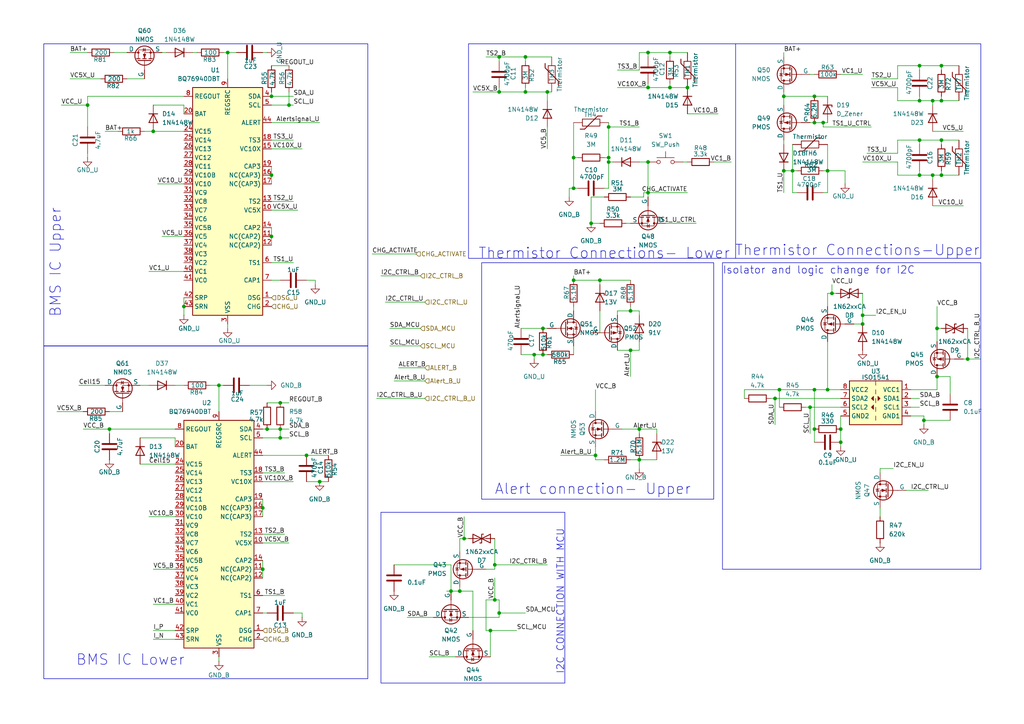
<source format=kicad_sch>
(kicad_sch (version 20231120) (generator "eeschema") (generator_version "8.0")
  (paper "A4")
  (junction (at 236.22 124.46))
  (junction (at 185.42 124.46))
  (junction (at 176.53 36.83))
  (junction (at 266.7 50.8))
  (junction (at 273.05 29.21))
  (junction (at 271.78 109.22))
  (junction (at 194.31 15.24))
  (junction (at 144.78 26.67))
  (junction (at 78.74 68.58))
  (junction (at 273.05 50.8))
  (junction (at 176.53 45.72))
  (junction (at 187.96 55.88))
  (junction (at 134.62 156.21))
  (junction (at 172.72 132.08))
  (junction (at 176.53 46.99))
  (junction (at 88.9 132.08))
  (junction (at 236.22 35.56))
  (junction (at 280.67 104.14))
  (junction (at 243.84 128.27))
  (junction (at 229.87 49.53))
  (junction (at 250.19 93.98))
  (junction (at 267.97 121.92))
  (junction (at 76.2 165.1))
  (junction (at 157.48 102.87))
  (junction (at 78.74 50.8))
  (junction (at 25.4 30.48))
  (junction (at 270.51 29.21))
  (junction (at 187.96 15.24))
  (junction (at 166.37 54.61))
  (junction (at 81.28 127))
  (junction (at 78.74 27.94))
  (junction (at 66.04 15.24))
  (junction (at 270.51 50.8))
  (junction (at 63.5 111.76))
  (junction (at 77.47 124.46))
  (junction (at 76.2 147.32))
  (junction (at 185.42 133.35))
  (junction (at 266.7 40.64))
  (junction (at 236.22 27.94))
  (junction (at 226.06 113.03))
  (junction (at 158.75 26.67))
  (junction (at 92.71 139.7))
  (junction (at 83.82 30.48))
  (junction (at 240.03 113.03))
  (junction (at 154.94 102.87))
  (junction (at 144.78 16.51))
  (junction (at 227.33 49.53))
  (junction (at 143.51 163.83))
  (junction (at 182.88 90.17))
  (junction (at 53.34 88.9))
  (junction (at 238.76 35.56))
  (junction (at 166.37 81.28))
  (junction (at 266.7 29.21))
  (junction (at 81.28 124.46))
  (junction (at 144.78 177.8))
  (junction (at 142.24 182.88))
  (junction (at 271.78 95.25))
  (junction (at 234.95 118.11))
  (junction (at 187.96 46.99))
  (junction (at 236.22 113.03))
  (junction (at 199.39 25.4))
  (junction (at 171.45 64.77))
  (junction (at 143.51 173.99))
  (junction (at 224.79 115.57))
  (junction (at 31.75 124.46))
  (junction (at 273.05 19.05))
  (junction (at 194.31 25.4))
  (junction (at 44.45 38.1))
  (junction (at 187.96 25.4))
  (junction (at 250.19 91.44))
  (junction (at 241.3 85.09))
  (junction (at 133.35 171.45))
  (junction (at 240.03 49.53))
  (junction (at 130.81 171.45))
  (junction (at 157.48 95.25))
  (junction (at 166.37 45.72))
  (junction (at 266.7 19.05))
  (junction (at 152.4 26.67))
  (junction (at 182.88 101.6))
  (junction (at 273.05 40.64))
  (junction (at 152.4 16.51))
  (junction (at 173.99 81.28))
  (junction (at 243.84 124.46))
  (junction (at 227.33 27.94))
  (junction (at 81.28 116.84))
  (wire (pts (xy 143.51 167.64) (xy 143.51 173.99)))
  (wire (pts (xy 88.9 132.08) (xy 95.25 132.08)))
  (wire (pts (xy 185.42 124.46) (xy 190.5 124.46)))
  (wire (pts (xy 267.97 121.92) (xy 275.59 121.92)))
  (wire (pts (xy 63.5 190.5) (xy 63.5 191.77)))
  (wire (pts (xy 250.19 46.99) (xy 260.35 46.99)))
  (wire (pts (xy 20.32 22.86) (xy 29.21 22.86)))
  (wire (pts (xy 46.99 68.58) (xy 53.34 68.58)))
  (wire (pts (xy 187.96 46.99) (xy 187.96 55.88)))
  (wire (pts (xy 262.89 142.24) (xy 269.24 142.24)))
  (wire (pts (xy 215.9 115.57) (xy 215.9 113.03)))
  (wire (pts (xy 227.33 49.53) (xy 229.87 49.53)))
  (wire (pts (xy 266.7 40.64) (xy 273.05 40.64)))
  (wire (pts (xy 166.37 54.61) (xy 167.64 54.61)))
  (wire (pts (xy 111.76 87.63) (xy 123.19 87.63)))
  (wire (pts (xy 132.08 190.5) (xy 124.46 190.5)))
  (wire (pts (xy 157.48 102.87) (xy 158.75 102.87)))
  (wire (pts (xy 92.71 139.7) (xy 95.25 139.7)))
  (wire (pts (xy 76.2 15.24) (xy 77.47 15.24)))
  (wire (pts (xy 229.87 49.53) (xy 229.87 55.88)))
  (wire (pts (xy 87.63 177.8) (xy 85.09 177.8)))
  (wire (pts (xy 234.95 118.11) (xy 243.84 118.11)))
  (wire (pts (xy 72.39 111.76) (xy 77.47 111.76)))
  (wire (pts (xy 224.79 115.57) (xy 243.84 115.57)))
  (wire (pts (xy 144.78 17.78) (xy 144.78 16.51)))
  (wire (pts (xy 229.87 49.53) (xy 231.14 49.53)))
  (wire (pts (xy 36.83 22.86) (xy 41.91 22.86)))
  (wire (pts (xy 247.65 93.98) (xy 250.19 93.98)))
  (wire (pts (xy 187.96 24.13) (xy 187.96 25.4)))
  (wire (pts (xy 266.7 19.05) (xy 273.05 19.05)))
  (wire (pts (xy 154.94 102.87) (xy 157.48 102.87)))
  (wire (pts (xy 260.35 40.64) (xy 266.7 40.64)))
  (wire (pts (xy 260.35 25.4) (xy 260.35 29.21)))
  (wire (pts (xy 182.88 57.15) (xy 186.69 57.15)))
  (wire (pts (xy 185.42 15.24) (xy 185.42 20.32)))
  (wire (pts (xy 182.88 64.77) (xy 181.61 64.77)))
  (wire (pts (xy 267.97 121.92) (xy 267.97 120.65)))
  (wire (pts (xy 173.99 81.28) (xy 166.37 81.28)))
  (wire (pts (xy 236.22 113.03) (xy 236.22 124.46)))
  (wire (pts (xy 227.33 26.67) (xy 227.33 27.94)))
  (wire (pts (xy 66.04 15.24) (xy 68.58 15.24)))
  (wire (pts (xy 179.07 90.17) (xy 182.88 90.17)))
  (wire (pts (xy 172.72 133.35) (xy 172.72 132.08)))
  (polyline (pts (xy 213.36 12.7) (xy 213.36 74.93)))
  (wire (pts (xy 176.53 36.83) (xy 176.53 45.72)))
  (wire (pts (xy 176.53 45.72) (xy 176.53 46.99)))
  (wire (pts (xy 133.35 156.21) (xy 134.62 156.21)))
  (wire (pts (xy 182.88 90.17) (xy 185.42 90.17)))
  (wire (pts (xy 76.2 165.1) (xy 76.2 167.64)))
  (wire (pts (xy 273.05 19.05) (xy 278.13 19.05)))
  (wire (pts (xy 267.97 123.19) (xy 267.97 121.92)))
  (wire (pts (xy 240.03 49.53) (xy 238.76 49.53)))
  (wire (pts (xy 152.4 26.67) (xy 152.4 25.4)))
  (wire (pts (xy 182.88 133.35) (xy 185.42 133.35)))
  (wire (pts (xy 83.82 26.67) (xy 83.82 30.48)))
  (wire (pts (xy 133.35 156.21) (xy 133.35 160.02)))
  (wire (pts (xy 114.3 110.49) (xy 123.19 110.49)))
  (wire (pts (xy 172.72 132.08) (xy 172.72 129.54)))
  (wire (pts (xy 152.4 16.51) (xy 160.02 16.51)))
  (wire (pts (xy 238.76 36.83) (xy 238.76 35.56)))
  (wire (pts (xy 242.57 85.09) (xy 241.3 85.09)))
  (wire (pts (xy 30.48 38.1) (xy 34.29 38.1)))
  (wire (pts (xy 264.16 118.11) (xy 266.7 118.11)))
  (wire (pts (xy 114.3 163.83) (xy 130.81 163.83)))
  (wire (pts (xy 78.74 68.58) (xy 78.74 71.12)))
  (wire (pts (xy 273.05 19.05) (xy 273.05 20.32)))
  (wire (pts (xy 166.37 80.01) (xy 166.37 81.28)))
  (wire (pts (xy 185.42 91.44) (xy 185.42 90.17)))
  (wire (pts (xy 166.37 45.72) (xy 167.64 45.72)))
  (wire (pts (xy 179.07 101.6) (xy 182.88 101.6)))
  (wire (pts (xy 187.96 25.4) (xy 194.31 25.4)))
  (wire (pts (xy 186.69 57.15) (xy 186.69 55.88)))
  (wire (pts (xy 236.22 27.94) (xy 240.03 27.94)))
  (wire (pts (xy 266.7 27.94) (xy 266.7 29.21)))
  (wire (pts (xy 240.03 49.53) (xy 240.03 55.88)))
  (wire (pts (xy 271.78 95.25) (xy 271.78 99.06)))
  (wire (pts (xy 252.73 22.86) (xy 260.35 22.86)))
  (wire (pts (xy 240.03 85.09) (xy 241.3 85.09)))
  (wire (pts (xy 273.05 29.21) (xy 273.05 27.94)))
  (wire (pts (xy 152.4 16.51) (xy 152.4 17.78)))
  (wire (pts (xy 44.45 165.1) (xy 50.8 165.1)))
  (wire (pts (xy 88.9 139.7) (xy 92.71 139.7)))
  (wire (pts (xy 55.88 15.24) (xy 57.15 15.24)))
  (wire (pts (xy 250.19 91.44) (xy 254 91.44)))
  (wire (pts (xy 113.03 100.33) (xy 121.92 100.33)))
  (wire (pts (xy 270.51 29.21) (xy 270.51 30.48)))
  (wire (pts (xy 175.26 54.61) (xy 176.53 54.61)))
  (wire (pts (xy 17.78 30.48) (xy 25.4 30.48)))
  (wire (pts (xy 166.37 35.56) (xy 166.37 45.72)))
  (wire (pts (xy 85.09 139.7) (xy 76.2 139.7)))
  (wire (pts (xy 137.16 182.88) (xy 137.16 171.45)))
  (wire (pts (xy 143.51 163.83) (xy 158.75 163.83)))
  (wire (pts (xy 78.74 35.56) (xy 92.71 35.56)))
  (wire (pts (xy 45.72 53.34) (xy 53.34 53.34)))
  (wire (pts (xy 43.18 149.86) (xy 50.8 149.86)))
  (wire (pts (xy 275.59 114.3) (xy 275.59 109.22)))
  (wire (pts (xy 44.45 182.88) (xy 50.8 182.88)))
  (wire (pts (xy 270.51 29.21) (xy 273.05 29.21)))
  (wire (pts (xy 140.97 16.51) (xy 144.78 16.51)))
  (wire (pts (xy 144.78 16.51) (xy 152.4 16.51)))
  (wire (pts (xy 240.03 41.91) (xy 240.03 49.53)))
  (wire (pts (xy 199.39 33.02) (xy 208.28 33.02)))
  (wire (pts (xy 166.37 100.33) (xy 166.37 102.87)))
  (wire (pts (xy 179.07 25.4) (xy 187.96 25.4)))
  (wire (pts (xy 250.19 91.44) (xy 250.19 93.98)))
  (wire (pts (xy 166.37 88.9) (xy 166.37 90.17)))
  (wire (pts (xy 110.49 80.01) (xy 121.92 80.01)))
  (wire (pts (xy 245.11 53.34) (xy 245.11 49.53)))
  (wire (pts (xy 260.35 46.99) (xy 260.35 50.8)))
  (wire (pts (xy 154.94 104.14) (xy 154.94 102.87)))
  (wire (pts (xy 142.24 190.5) (xy 142.24 182.88)))
  (wire (pts (xy 231.14 55.88) (xy 229.87 55.88)))
  (wire (pts (xy 87.63 179.07) (xy 87.63 177.8)))
  (wire (pts (xy 280.67 104.14) (xy 279.4 104.14)))
  (wire (pts (xy 275.59 109.22) (xy 271.78 109.22)))
  (wire (pts (xy 227.33 15.24) (xy 227.33 16.51)))
  (wire (pts (xy 266.7 19.05) (xy 266.7 20.32)))
  (wire (pts (xy 81.28 124.46) (xy 81.28 127)))
  (wire (pts (xy 194.31 25.4) (xy 199.39 25.4)))
  (wire (pts (xy 140.97 182.88) (xy 142.24 182.88)))
  (wire (pts (xy 175.26 133.35) (xy 172.72 133.35)))
  (wire (pts (xy 165.1 54.61) (xy 166.37 54.61)))
  (wire (pts (xy 278.13 29.21) (xy 273.05 29.21)))
  (wire (pts (xy 134.62 149.86) (xy 134.62 156.21)))
  (wire (pts (xy 107.95 73.66) (xy 120.65 73.66)))
  (wire (pts (xy 25.4 30.48) (xy 25.4 27.94)))
  (wire (pts (xy 87.63 43.18) (xy 78.74 43.18)))
  (wire (pts (xy 187.96 15.24) (xy 185.42 15.24)))
  (wire (pts (xy 193.04 64.77) (xy 201.93 64.77)))
  (wire (pts (xy 185.42 20.32) (xy 179.07 20.32)))
  (wire (pts (xy 252.73 25.4) (xy 260.35 25.4)))
  (wire (pts (xy 226.06 113.03) (xy 226.06 118.11)))
  (wire (pts (xy 63.5 111.76) (xy 64.77 111.76)))
  (wire (pts (xy 171.45 96.52) (xy 173.99 96.52)))
  (wire (pts (xy 44.45 185.42) (xy 50.8 185.42)))
  (wire (pts (xy 137.16 26.67) (xy 144.78 26.67)))
  (wire (pts (xy 81.28 124.46) (xy 83.82 124.46)))
  (wire (pts (xy 151.13 102.87) (xy 154.94 102.87)))
  (wire (pts (xy 240.03 85.09) (xy 240.03 88.9)))
  (wire (pts (xy 78.74 58.42) (xy 85.09 58.42)))
  (wire (pts (xy 187.96 15.24) (xy 194.31 15.24)))
  (wire (pts (xy 185.42 133.35) (xy 185.42 135.89)))
  (wire (pts (xy 66.04 15.24) (xy 66.04 22.86)))
  (wire (pts (xy 76.2 127) (xy 81.28 127)))
  (wire (pts (xy 236.22 35.56) (xy 238.76 35.56)))
  (wire (pts (xy 273.05 50.8) (xy 273.05 49.53)))
  (wire (pts (xy 194.31 15.24) (xy 194.31 16.51)))
  (wire (pts (xy 158.75 29.21) (xy 158.75 26.67)))
  (wire (pts (xy 241.3 82.55) (xy 241.3 85.09)))
  (wire (pts (xy 144.78 177.8) (xy 144.78 179.07)))
  (wire (pts (xy 266.7 49.53) (xy 266.7 50.8)))
  (wire (pts (xy 227.33 55.88) (xy 227.33 49.53)))
  (wire (pts (xy 78.74 66.04) (xy 78.74 68.58)))
  (wire (pts (xy 234.95 118.11) (xy 234.95 125.73)))
  (wire (pts (xy 233.68 118.11) (xy 234.95 118.11)))
  (wire (pts (xy 140.97 165.1) (xy 143.51 165.1)))
  (wire (pts (xy 173.99 81.28) (xy 173.99 82.55)))
  (wire (pts (xy 255.27 137.16) (xy 255.27 135.89)))
  (wire (pts (xy 144.78 26.67) (xy 152.4 26.67)))
  (wire (pts (xy 78.74 26.67) (xy 78.74 27.94)))
  (wire (pts (xy 82.55 137.16) (xy 76.2 137.16)))
  (wire (pts (xy 60.96 111.76) (xy 63.5 111.76)))
  (wire (pts (xy 44.45 175.26) (xy 50.8 175.26)))
  (wire (pts (xy 76.2 177.8) (xy 77.47 177.8)))
  (wire (pts (xy 78.74 81.28) (xy 81.28 81.28)))
  (wire (pts (xy 243.84 129.54) (xy 243.84 128.27)))
  (wire (pts (xy 236.22 124.46) (xy 236.22 128.27)))
  (wire (pts (xy 165.1 57.15) (xy 165.1 54.61)))
  (wire (pts (xy 173.99 81.28) (xy 182.88 81.28)))
  (wire (pts (xy 227.33 41.91) (xy 227.33 40.64)))
  (wire (pts (xy 85.09 76.2) (xy 78.74 76.2)))
  (wire (pts (xy 109.22 115.57) (xy 123.19 115.57)))
  (wire (pts (xy 78.74 50.8) (xy 78.74 53.34)))
  (wire (pts (xy 78.74 60.96) (xy 86.36 60.96)))
  (wire (pts (xy 40.64 134.62) (xy 50.8 134.62)))
  (wire (pts (xy 185.42 124.46) (xy 185.42 125.73)))
  (wire (pts (xy 76.2 157.48) (xy 83.82 157.48)))
  (wire (pts (xy 133.35 171.45) (xy 137.16 171.45)))
  (wire (pts (xy 245.11 49.53) (xy 240.03 49.53)))
  (wire (pts (xy 284.48 104.14) (xy 280.67 104.14)))
  (wire (pts (xy 173.99 96.52) (xy 173.99 90.17)))
  (wire (pts (xy 240.03 113.03) (xy 243.84 113.03)))
  (wire (pts (xy 66.04 93.98) (xy 66.04 95.25)))
  (wire (pts (xy 250.19 21.59) (xy 243.84 21.59)))
  (wire (pts (xy 166.37 45.72) (xy 166.37 54.61)))
  (wire (pts (xy 33.02 15.24) (xy 36.83 15.24)))
  (wire (pts (xy 83.82 30.48) (xy 85.09 30.48)))
  (wire (pts (xy 50.8 111.76) (xy 53.34 111.76)))
  (wire (pts (xy 198.12 46.99) (xy 199.39 46.99)))
  (wire (pts (xy 224.79 115.57) (xy 224.79 123.19)))
  (wire (pts (xy 143.51 156.21) (xy 143.51 163.83)))
  (wire (pts (xy 78.74 27.94) (xy 85.09 27.94)))
  (wire (pts (xy 251.46 44.45) (xy 260.35 44.45)))
  (wire (pts (xy 179.07 90.17) (xy 179.07 91.44)))
  (wire (pts (xy 162.56 132.08) (xy 172.72 132.08)))
  (wire (pts (xy 64.77 15.24) (xy 66.04 15.24)))
  (wire (pts (xy 223.52 115.57) (xy 224.79 115.57)))
  (wire (pts (xy 240.03 99.06) (xy 240.03 113.03)))
  (wire (pts (xy 25.4 36.83) (xy 25.4 30.48)))
  (wire (pts (xy 238.76 35.56) (xy 240.03 35.56)))
  (wire (pts (xy 270.51 59.69) (xy 279.4 59.69)))
  (wire (pts (xy 31.75 124.46) (xy 50.8 124.46)))
  (wire (pts (xy 44.45 38.1) (xy 53.34 38.1)))
  (wire (pts (xy 144.78 173.99) (xy 144.78 177.8)))
  (wire (pts (xy 255.27 147.32) (xy 255.27 149.86)))
  (wire (pts (xy 252.73 36.83) (xy 238.76 36.83)))
  (wire (pts (xy 176.53 35.56) (xy 176.53 36.83)))
  (wire (pts (xy 151.13 95.25) (xy 157.48 95.25)))
  (wire (pts (xy 149.86 182.88) (xy 142.24 182.88)))
  (wire (pts (xy 46.99 15.24) (xy 48.26 15.24)))
  (wire (pts (xy 135.89 156.21) (xy 134.62 156.21)))
  (wire (pts (xy 78.74 19.05) (xy 83.82 19.05)))
  (wire (pts (xy 273.05 40.64) (xy 278.13 40.64)))
  (wire (pts (xy 160.02 26.67) (xy 158.75 26.67)))
  (wire (pts (xy 238.76 55.88) (xy 240.03 55.88)))
  (wire (pts (xy 273.05 40.64) (xy 273.05 41.91)))
  (wire (pts (xy 76.2 132.08) (xy 88.9 132.08)))
  (wire (pts (xy 130.81 171.45) (xy 133.35 171.45)))
  (wire (pts (xy 185.42 99.06) (xy 185.42 101.6)))
  (wire (pts (xy 260.35 19.05) (xy 266.7 19.05)))
  (wire (pts (xy 31.75 119.38) (xy 35.56 119.38)))
  (wire (pts (xy 152.4 177.8) (xy 144.78 177.8)))
  (wire (pts (xy 187.96 55.88) (xy 199.39 55.88)))
  (wire (pts (xy 53.34 91.44) (xy 53.34 88.9)))
  (wire (pts (xy 267.97 120.65) (xy 264.16 120.65)))
  (wire (pts (xy 175.26 45.72) (xy 176.53 45.72)))
  (wire (pts (xy 278.13 50.8) (xy 273.05 50.8)))
  (wire (pts (xy 25.4 44.45) (xy 25.4 45.72)))
  (wire (pts (xy 91.44 81.28) (xy 88.9 81.28)))
  (wire (pts (xy 85.09 40.64) (xy 78.74 40.64)))
  (wire (pts (xy 266.7 40.64) (xy 266.7 41.91)))
  (wire (pts (xy 175.26 57.15) (xy 171.45 57.15)))
  (wire (pts (xy 271.78 109.22) (xy 271.78 113.03)))
  (wire (pts (xy 63.5 111.76) (xy 63.5 119.38)))
  (wire (pts (xy 266.7 29.21) (xy 270.51 29.21)))
  (wire (pts (xy 76.2 162.56) (xy 76.2 165.1)))
  (wire (pts (xy 83.82 116.84) (xy 81.28 116.84)))
  (wire (pts (xy 185.42 133.35) (xy 190.5 133.35)))
  (wire (pts (xy 81.28 127) (xy 83.82 127)))
  (wire (pts (xy 50.8 127) (xy 50.8 129.54)))
  (wire (pts (xy 118.11 179.07) (xy 125.73 179.07)))
  (wire (pts (xy 260.35 50.8) (xy 266.7 50.8)))
  (wire (pts (xy 185.42 46.99) (xy 187.96 46.99)))
  (wire (pts (xy 236.22 113.03) (xy 240.03 113.03)))
  (wire (pts (xy 187.96 16.51) (xy 187.96 15.24)))
  (wire (pts (xy 271.78 88.9) (xy 271.78 95.25)))
  (wire (pts (xy 158.75 26.67) (xy 152.4 26.67)))
  (wire (pts (xy 271.78 113.03) (xy 264.16 113.03)))
  (wire (pts (xy 273.05 95.25) (xy 271.78 95.25)))
  (wire (pts (xy 76.2 124.46) (xy 77.47 124.46)))
  (wire (pts (xy 260.35 29.21) (xy 266.7 29.21)))
  (wire (pts (xy 243.84 128.27) (xy 243.84 124.46)))
  (wire (pts (xy 182.88 88.9) (xy 182.88 90.17)))
  (wire (pts (xy 77.47 116.84) (xy 81.28 116.84)))
  (wire (pts (xy 260.35 22.86) (xy 260.35 19.05)))
  (wire (pts (xy 194.31 15.24) (xy 199.39 15.24)))
  (wire (pts (xy 129.54 171.45) (xy 130.81 171.45)))
  (wire (pts (xy 133.35 170.18) (xy 133.35 171.45)))
  (wire (pts (xy 25.4 27.94) (xy 53.34 27.94)))
  (wire (pts (xy 280.67 95.25) (xy 280.67 104.14)))
  (wire (pts (xy 44.45 30.48) (xy 53.34 30.48)))
  (wire (pts (xy 140.97 173.99) (xy 140.97 182.88)))
  (wire (pts (xy 143.51 165.1) (xy 143.51 163.83)))
  (wire (pts (xy 226.06 113.03) (xy 236.22 113.03)))
  (wire (pts (xy 172.72 113.03) (xy 172.72 119.38)))
  (wire (pts (xy 16.51 119.38) (xy 24.13 119.38)))
  (wire (pts (xy 76.2 144.78) (xy 76.2 147.32)))
  (wire (pts (xy 227.33 27.94) (xy 227.33 30.48)))
  (wire (pts (xy 77.47 124.46) (xy 81.28 124.46)))
  (wire (pts (xy 187.96 55.88) (xy 187.96 57.15)))
  (wire (pts (xy 78.74 30.48) (xy 83.82 30.48)))
  (wire (pts (xy 143.51 173.99) (xy 144.78 173.99)))
  (wire (pts (xy 234.95 21.59) (xy 236.22 21.59)))
  (wire (pts (xy 24.13 124.46) (xy 31.75 124.46)))
  (wire (pts (xy 76.2 172.72) (xy 82.55 172.72)))
  (wire (pts (xy 207.01 46.99) (xy 212.09 46.99)))
  (wire (pts (xy 215.9 113.03) (xy 226.06 113.03)))
  (wire (pts (xy 78.74 48.26) (xy 78.74 50.8)))
  (wire (pts (xy 130.81 163.83) (xy 130.81 171.45)))
  (wire (pts (xy 270.51 50.8) (xy 270.51 52.07)))
  (wire (pts (xy 176.53 54.61) (xy 176.53 46.99)))
  (wire (pts (xy 186.69 55.88) (xy 187.96 55.88)))
  (wire (pts (xy 250.19 85.09) (xy 250.19 91.44)))
  (wire (pts (xy 270.51 50.8) (xy 273.05 50.8)))
  (wire (pts (xy 171.45 57.15) (xy 171.45 64.77)))
  (wire (pts (xy 194.31 24.13) (xy 194.31 25.4)))
  (wire (pts (xy 182.88 109.22) (xy 182.88 101.6)))
  (wire (pts (xy 31.75 124.46) (xy 31.75 125.73)))
  (wire (pts (xy 266.7 50.8) (xy 270.51 50.8)))
  (wire (pts (xy 135.89 179.07) (xy 144.78 179.07)))
  (wire (pts (xy 40.64 127) (xy 50.8 127)))
  (wire (pts (xy 144.78 25.4) (xy 144.78 26.67)))
  (wire (pts (xy 53.34 86.36) (xy 53.34 88.9)))
  (wire (pts (xy 243.84 124.46) (xy 243.84 120.65)))
  (wire (pts (xy 190.5 124.46) (xy 190.5 125.73)))
  (wire (pts (xy 227.33 27.94) (xy 236.22 27.94)))
  (wire (pts (xy 76.2 154.94) (xy 82.55 154.94)))
  (wire (pts (xy 229.87 41.91) (xy 229.87 49.53)))
  (wire (pts (xy 176.53 36.83) (xy 185.42 36.83)))
  (wire (pts (xy 236.22 35.56) (xy 234.95 35.56)))
  (wire (pts (xy 260.35 44.45) (xy 260.35 40.64)))
  (wire (pts (xy 43.18 78.74) (xy 53.34 78.74)))
  (wire (pts (xy 270.51 38.1) (xy 279.4 38.1)))
  (wire (pts (xy 182.88 101.6) (xy 185.42 101.6)))
  (wire (pts (xy 91.44 82.55) (xy 91.44 81.28)))
  (wire (pts (xy 158.75 43.18) (xy 158.75 36.83)))
  (wire (pts (xy 173.99 64.77) (xy 171.45 64.77)))
  (wire (pts (xy 41.91 38.1) (xy 44.45 38.1)))
  (wire (pts (xy 255.27 135.89) (xy 259.08 135.89)))
  (wire (pts (xy 264.16 115.57) (xy 266.7 115.57)))
  (wire (pts (xy 113.03 95.25) (xy 121.92 95.25)))
  (wire (pts (xy 20.32 15.24) (xy 25.4 15.24)))
  (wire (pts (xy 40.64 111.76) (xy 43.18 111.76)))
  (wire (pts (xy 140.97 173.99) (xy 143.51 173.99)))
  (wire (pts (xy 76.2 147.32) (xy 76.2 149.86)))
  (wire (pts (xy 53.34 30.48) (xy 53.34 33.02)))
  (wire (pts (xy 176.53 46.99) (xy 177.8 46.99)))
  (wire (pts (xy 22.86 111.76) (xy 30.48 111.76)))
  (wire (pts (xy 157.48 95.25) (xy 158.75 95.25)))
  (wire (pts (xy 180.34 124.46) (xy 185.42 124.46)))
  (wire (pts (xy 115.57 106.68) (xy 123.19 106.68)))
  (rectangle (start 139.7 76.2) (end 207.01 144.78))
  (rectangle (start 209.55 76.2) (end 284.48 165.1))
  (rectangle (start 135.89 12.7) (end 284.48 74.93))
  (rectangle (start 12.7 100.33) (end 106.68 196.85))
  (rectangle (start 110.49 148.59) (end 163.83 198.12))
  (rectangle (start 12.7 12.7) (end 106.68 100.33))
  (text "Thermistor Connections-Upper\n\n" (at 248.666 75.184 0) (effects (font (size 3.048 3.048))))
  (text "BMS IC Upper\n\n" (at 18.542 76.2 90) (effects (font (size 3.048 3.048))))
  (text "BMS IC Lower\n" (at 37.846 191.516 0) (effects (font (size 3.048 3.048))))
  (text "I2C CONNECTION WITH MCU\n" (at 162.56 174.498 90) (effects (font (size 2.032 2.032))))
  (text "Isolator and logic change for I2C\n" (at 237.49 78.486 0) (effects (font (size 2.159 2.159))))
  (text "Thermistor Connections- Lower\n\n\n" (at 175.26 78.486 0) (effects (font (size 3.048 3.048))))
  (text "Alert connection- Upper\n" (at 171.958 141.986 0) (effects (font (size 3.048 3.048))))
  (label "TS3_U" (at 251.46 44.45 0))
  (label "VC5X_U" (at 20.32 22.86 0))
  (label "TS3_B" (at 82.55 137.16 180))
  (label "REGOUT_B" (at 83.82 116.84 0))
  (label "REGOUT_U" (at 81.28 19.05 0))
  (label "ALERT_B" (at 90.17 132.08 0))
  (label "Alert_B_U" (at 114.3 110.49 0))
  (label "VC10_U" (at 45.72 53.34 0))
  (label "BAT+" (at 166.37 80.01 0))
  (label "VC10X_B" (at 85.09 139.7 180))
  (label "SDA_MCU" (at 152.4 177.8 0))
  (label "VC1_U" (at 43.18 78.74 0))
  (label "VC1_U" (at 250.19 21.59 180))
  (label "VC5_U" (at 46.99 68.58 0))
  (label "VC10X_U" (at 87.63 43.18 180))
  (label "SCL_MCU" (at 149.86 182.88 0))
  (label "VC10_U" (at 279.4 59.69 180))
  (label "VC10_B" (at 208.28 33.02 180))
  (label "SCL_U" (at 234.95 125.73 90))
  (label "CHG_ACTIVATE" (at 199.39 55.88 180))
  (label "VC10_B" (at 43.18 149.86 0))
  (label "I2C_CTRL_B_U" (at 109.22 115.57 0))
  (label "SDA_U" (at 85.09 27.94 0))
  (label "VCC_U" (at 17.78 30.48 0))
  (label "VC5X_U" (at 252.73 25.4 0))
  (label "BAT+" (at 20.32 15.24 0))
  (label "VC5_B" (at 158.75 43.18 90))
  (label "VC1_B" (at 212.09 46.99 180))
  (label "VCC_B" (at 134.62 149.86 270))
  (label "SDA_U" (at 224.79 123.19 90))
  (label "I2C_CTRL_U" (at 111.76 87.63 0))
  (label "SCL_B" (at 83.82 127 0))
  (label "I2C_EN_U" (at 259.08 135.89 0))
  (label "SCL_MCU" (at 113.03 100.33 0))
  (label "TS1_B" (at 82.55 172.72 180))
  (label "VC1_B" (at 44.45 175.26 0))
  (label "CHG_ACTIVATE" (at 107.95 73.66 0))
  (label "VC5_U" (at 279.4 38.1 180))
  (label "SDA_MCU" (at 113.03 95.25 0))
  (label "TS3_U" (at 85.09 40.64 180))
  (label "I_P" (at 44.45 182.88 0))
  (label "I2C_CTRL_B" (at 110.49 80.01 0))
  (label "I2C_CTRL_B" (at 158.75 163.83 180))
  (label "SCL_U" (at 85.09 30.48 0))
  (label "SDA_B" (at 118.11 179.07 0))
  (label "Cell15" (at 22.86 111.76 0))
  (label "BAT+" (at 227.33 15.24 0))
  (label "VC10X_U" (at 250.19 46.99 0))
  (label "Alert_U" (at 182.88 109.22 90))
  (label "VC10X_B" (at 179.07 25.4 0))
  (label "VC5X_B" (at 16.51 119.38 0))
  (label "TS1_U_CTRL" (at 201.93 64.77 180))
  (label "TS1_U_CTRL" (at 252.73 36.83 180))
  (label "VC5X_U" (at 86.36 60.96 180))
  (label "Cell15" (at 43.18 134.62 0))
  (label "TS2_B" (at 140.97 16.51 0))
  (label "SDA_B" (at 83.82 124.46 0))
  (label "VC5_B" (at 44.45 165.1 0))
  (label "TS1_U" (at 85.09 76.2 180))
  (label "Alert_B_U" (at 162.56 132.08 0))
  (label "SCL_B" (at 266.7 118.11 0))
  (label "VCC_B" (at 172.72 113.03 0))
  (label "TS1_U" (at 227.33 55.88 90))
  (label "VCC_B" (at 143.51 167.64 270))
  (label "I_N" (at 44.45 185.42 0))
  (label "I2C_CTRL_U" (at 264.16 142.24 0))
  (label "VC5X_B" (at 83.82 157.48 180))
  (label "Alertsignal_U" (at 151.13 95.25 90))
  (label "TS2_B" (at 82.55 154.94 180))
  (label "TS1_B" (at 185.42 36.83 180))
  (label "TS2_U" (at 252.73 22.86 0))
  (label "SCL_B" (at 124.46 190.5 0))
  (label "TS3_B" (at 179.07 20.32 0))
  (label "VCC_B" (at 24.13 124.46 0))
  (label "Alert_U" (at 190.5 124.46 180))
  (label "TS2_U" (at 85.09 58.42 180))
  (label "VCC_B" (at 271.78 88.9 0))
  (label "I2C_EN_U" (at 254 91.44 0))
  (label "VC5X_B" (at 137.16 26.67 0))
  (label "BAT+" (at 30.48 38.1 0))
  (label "I2C_CTRL_B_U" (at 284.48 104.14 90))
  (label "Alertsignal_U" (at 92.71 35.56 180))
  (label "ALERT_B" (at 115.57 106.68 0))
  (label "SDA_B" (at 266.7 115.57 0))
  (label "VCC_U" (at 241.3 82.55 0))
  (hierarchical_label "CHG_B" (shape input) (at 76.2 185.42 0))
  (hierarchical_label "SCL_MCU" (shape input) (at 121.92 100.33 0))
  (hierarchical_label "SDA_MCU" (shape input) (at 121.92 95.25 0))
  (hierarchical_label "I2C_CTRL_B" (shape input) (at 121.92 80.01 0))
  (hierarchical_label "I2C_CTRL_U" (shape input) (at 123.19 87.63 0))
  (hierarchical_label "DSG_B" (shape input) (at 76.2 182.88 0))
  (hierarchical_label "CHG_ACTIVATE" (shape input) (at 120.65 73.66 0))
  (hierarchical_label "I2C_CTRL_B_U" (shape input) (at 123.19 115.57 0))
  (hierarchical_label "CHG_U" (shape input) (at 78.74 88.9 0))
  (hierarchical_label "ALERT_B" (shape input) (at 123.19 106.68 0))
  (hierarchical_label "Alert_B_U" (shape input) (at 123.19 110.49 0))
  (hierarchical_label "DSG_U" (shape input) (at 78.74 86.36 0))
  (symbol (lib_id "Device:R") (at 57.15 111.76 90) (unit 1)
    (property "Reference" "R84" (at 58.928 113.792 90) (effects (justify left)))
    (property "Value" "100" (at 59.182 111.76 90) (effects (justify left)))
    (property "Description" "Resistor" (effects (hide yes)))
  )
  (symbol (lib_id "Diode:1N4148W") (at 44.45 34.29 270) (unit 1)
    (property "Reference" "D14" (at 46.99 33.0199 90) (effects (justify left)))
    (property "Value" "1N4148W" (at 46.99 35.5599 90) (effects (justify left)))
    (property "Footprint" "Diode_SMD:D_SOD-123" (effects (hide yes)))
    (property "Datasheet" "https://www.vishay.com/docs/85748/1n4148w.pdf" (effects (hide yes)))
    (property "Description" "75V 0.15A Fast Switching Diode, SOD-123" (effects (hide yes)))
    (property "Sim.Device" "D" (effects (hide yes)))
    (property "Sim.Pins" "1=K 2=A" (effects (hide yes)))
  )
  (symbol (lib_id "Simulation_SPICE:NMOS") (at 187.96 62.23 270) (unit 1)
    (property "Reference" "Q48" (at 187.96 68.58 90))
    (property "Value" "NMOS" (at 187.96 71.12 90))
    (property "Datasheet" "https://ngspice.sourceforge.io/docs/ngspice-html-manual/manual.xhtml#cha_MOSFETs" (effects (hide yes)))
    (property "Description" "N-MOSFET transistor, drain/source/gate" (effects (hide yes)))
    (property "Sim.Device" "NMOS" (effects (hide yes)))
    (property "Sim.Type" "VDMOS" (effects (hide yes)))
    (property "Sim.Pins" "1=D 2=G 3=S" (effects (hide yes)))
  )
  (symbol (lib_id "Device:R") (at 78.74 22.86 0) (unit 1)
    (property "Reference" "R55" (at 76.708 24.638 90) (effects (justify left)))
    (property "Value" "4.7k" (at 78.994 24.892 90) (effects (justify left)))
    (property "Description" "Resistor" (effects (hide yes)))
  )
  (symbol (lib_id "Device:C") (at 31.75 129.54 0) (unit 1)
    (property "Reference" "C20" (at 28.194 129.54 90))
    (property "Value" "4.7uF" (at 34.798 129.54 90))
    (property "Description" "Unpolarized capacitor" (effects (hide yes)))
  )
  (symbol (lib_id "Device:R") (at 182.88 85.09 0) (unit 1)
    (property "Reference" "R68" (at 180.848 86.868 90) (effects (justify left)))
    (property "Value" "5.1M" (at 182.88 87.376 90) (effects (justify left)))
    (property "Description" "Resistor" (effects (hide yes)))
  )
  (symbol (lib_id "Diode:1N4148W") (at 46.99 111.76 180) (unit 1)
    (property "Reference" "D37" (at 46.99 105.41 0))
    (property "Value" "1N4148W" (at 46.99 107.95 0))
    (property "Footprint" "Diode_SMD:D_SOD-123" (effects (hide yes)))
    (property "Datasheet" "https://www.vishay.com/docs/85748/1n4148w.pdf" (effects (hide yes)))
    (property "Description" "75V 0.15A Fast Switching Diode, SOD-123" (effects (hide yes)))
    (property "Sim.Device" "D" (effects (hide yes)))
    (property "Sim.Pins" "1=K 2=A" (effects (hide yes)))
  )
  (symbol (lib_id "Device:C") (at 144.78 21.59 0) (unit 1)
    (property "Reference" "C11" (at 148.844 21.336 90))
    (property "Value" "4700pF" (at 147.066 21.336 90))
    (property "Description" "Unpolarized capacitor" (effects (hide yes)))
  )
  (symbol (lib_id "Device:Thermistor") (at 278.13 45.72 0) (unit 1)
    (property "Reference" "TH2" (at 278.13 45.974 90))
    (property "Value" "Thermistor" (at 280.416 45.72 90))
    (property "Description" "Temperature dependent resistor" (effects (hide yes)))
  )
  (symbol (lib_id "Simulation_SPICE:PMOS") (at 229.87 35.56 180) (unit 1)
    (property "Reference" "Q49" (at 223.52 34.2899 0) (effects (justify left)))
    (property "Value" "PMOS" (at 223.52 36.8299 0) (effects (justify left)))
    (property "Datasheet" "https://ngspice.sourceforge.io/docs/ngspice-html-manual/manual.xhtml#cha_MOSFETs" (effects (hide yes)))
    (property "Description" "P-MOSFET transistor, drain/source/gate" (effects (hide yes)))
    (property "Sim.Device" "PMOS" (effects (hide yes)))
    (property "Sim.Type" "VDMOS" (effects (hide yes)))
    (property "Sim.Pins" "1=D 2=G 3=S" (effects (hide yes)))
  )
  (symbol (lib_id "Device:D_Zener") (at 190.5 129.54 270) (unit 1)
    (property "Reference" "D22" (at 191.77 128.27 90) (effects (justify left)))
    (property "Value" "13V" (at 191.77 130.81 90) (effects (justify left)))
    (property "Description" "Zener diode" (effects (hide yes)))
  )
  (symbol (lib_id "Diode:1N4148W") (at 227.33 45.72 90) (unit 1)
    (property "Reference" "D18" (at 229.87 44.4499 90) (effects (justify right)))
    (property "Value" "1N4148W" (at 229.87 46.9899 90) (effects (justify right)))
    (property "Footprint" "Diode_SMD:D_SOD-123" (effects (hide yes)))
    (property "Datasheet" "https://www.vishay.com/docs/85748/1n4148w.pdf" (effects (hide yes)))
    (property "Description" "75V 0.15A Fast Switching Diode, SOD-123" (effects (hide yes)))
    (property "Sim.Device" "D" (effects (hide yes)))
    (property "Sim.Pins" "1=K 2=A" (effects (hide yes)))
  )
  (symbol (lib_id "power:GND") (at 31.75 133.35 0) (unit 1)
    (property "Reference" "#PWR03" (effects (hide yes)))
    (property "Value" "GND_B" (at 31.75 136.906 0))
    (property "Description" "Power symbol creates a global label with name \"GND\" , ground" (effects (hide yes)))
  )
  (symbol (lib_id "Device:R") (at 166.37 85.09 0) (unit 1)
    (property "Reference" "R67" (at 164.338 86.868 90) (effects (justify left)))
    (property "Value" "5.1M" (at 166.37 87.376 90) (effects (justify left)))
    (property "Description" "Resistor" (effects (hide yes)))
  )
  (symbol (lib_id "Battery_Management:BQ76940DBT") (at 66.04 58.42 0) (mirror y) (unit 1)
    (property "Reference" "U1" (at 63.8459 20.32 0) (effects (justify left)))
    (property "Value" "BQ76940DBT" (at 63.8459 22.86 0) (effects (justify left)))
    (property "Footprint" "Package_SO:TSSOP-44_4.4x11.2mm_P0.5mm" (effects (hide yes)))
    (property "Datasheet" "http://www.ti.com/lit/ds/symlink/bq76940.pdf" (effects (hide yes)))
    (property "Description" "Lithium battery monitor, 9-15 cells, integrated balancing, I2C interface, TSSOP-44" (effects (hide yes)))
  )
  (symbol (lib_id "power:GND") (at 255.27 157.48 0) (unit 1)
    (property "Reference" "#PWR09" (effects (hide yes)))
    (property "Value" "GND_B" (at 255.27 162.56 0))
    (property "Description" "Power symbol creates a global label with name \"GND\" , ground" (effects (hide yes)))
  )
  (symbol (lib_id "Device:R") (at 179.07 133.35 90) (unit 1)
    (property "Reference" "R71" (at 179.07 131.318 90))
    (property "Value" "1.2M" (at 179.07 133.35 90))
    (property "Description" "Resistor" (effects (hide yes)))
  )
  (symbol (lib_id "power:GND") (at 77.47 15.24 90) (unit 1)
    (property "Reference" "#PWR01" (effects (hide yes)))
    (property "Value" "GND_U" (at 81.026 15.24 0))
    (property "Description" "Power symbol creates a global label with name \"GND\" , ground" (effects (hide yes)))
  )
  (symbol (lib_id "Simulation_SPICE:PMOS") (at 242.57 93.98 180) (unit 1)
    (property "Reference" "Q46" (at 236.22 92.7099 0) (effects (justify left)))
    (property "Value" "PMOS" (at 236.22 95.2499 0) (effects (justify left)))
    (property "Datasheet" "https://ngspice.sourceforge.io/docs/ngspice-html-manual/manual.xhtml#cha_MOSFETs" (effects (hide yes)))
    (property "Description" "P-MOSFET transistor, drain/source/gate" (effects (hide yes)))
    (property "Sim.Device" "PMOS" (effects (hide yes)))
    (property "Sim.Type" "VDMOS" (effects (hide yes)))
    (property "Sim.Pins" "1=D 2=G 3=S" (effects (hide yes)))
  )
  (symbol (lib_id "Device:C") (at 68.58 111.76 270) (unit 1)
    (property "Reference" "C24" (at 68.834 115.824 90))
    (property "Value" "1uF" (at 68.834 114.046 90))
    (property "Description" "Unpolarized capacitor" (effects (hide yes)))
  )
  (symbol (lib_id "Device:C") (at 266.7 24.13 0) (unit 1)
    (property "Reference" "C22" (at 269.748 24.13 90))
    (property "Value" "4700pF" (at 263.652 23.876 90))
    (property "Description" "Unpolarized capacitor" (effects (hide yes)))
  )
  (symbol (lib_id "power:GND") (at 87.63 179.07 0) (unit 1)
    (property "Reference" "#PWR017" (effects (hide yes)))
    (property "Value" "GND_B" (at 87.63 184.15 0))
    (property "Description" "Power symbol creates a global label with name \"GND\" , ground" (effects (hide yes)))
  )
  (symbol (lib_id "Device:R") (at 177.8 64.77 90) (unit 1)
    (property "Reference" "R50" (at 177.8 60.706 90))
    (property "Value" "3.3k" (at 177.8 62.484 90))
    (property "Description" "Resistor" (effects (hide yes)))
  )
  (symbol (lib_id "Diode:1N62xxCA") (at 246.38 85.09 180) (unit 1)
    (property "Reference" "D8" (at 246.38 91.44 0))
    (property "Value" "1N62xxCA" (at 246.38 88.9 0))
    (property "Footprint" "Diode_THT:D_DO-201AE_P15.24mm_Horizontal" (effects (hide yes)))
    (property "Datasheet" "https://www.vishay.com/docs/88301/15ke.pdf" (effects (hide yes)))
    (property "Description" "1500W bidirectional TRANSZORB® Transient Voltage Suppressor, DO-201AE" (effects (hide yes)))
  )
  (symbol (lib_id "Simulation_SPICE:NMOS") (at 163.83 95.25 0) (unit 1)
    (property "Reference" "Q51" (at 168.148 93.98 0) (effects (justify left)))
    (property "Value" "NMOS" (at 168.148 96.52 0) (effects (justify left)))
    (property "Datasheet" "https://ngspice.sourceforge.io/docs/ngspice-html-manual/manual.xhtml#cha_MOSFETs" (effects (hide yes)))
    (property "Description" "N-MOSFET transistor, drain/source/gate" (effects (hide yes)))
    (property "Sim.Device" "NMOS" (effects (hide yes)))
    (property "Sim.Type" "VDMOS" (effects (hide yes)))
    (property "Sim.Pins" "1=D 2=G 3=S" (effects (hide yes)))
  )
  (symbol (lib_id "Device:R") (at 38.1 38.1 90) (unit 1)
    (property "Reference" "R66" (at 39.878 40.132 90) (effects (justify left)))
    (property "Value" "1k" (at 39.116 38.1 90) (effects (justify left)))
    (property "Description" "Resistor" (effects (hide yes)))
  )
  (symbol (lib_id "Simulation_SPICE:PMOS") (at 135.89 165.1 180) (unit 1)
    (property "Reference" "Q43" (at 129.54 163.8299 0) (effects (justify left)))
    (property "Value" "PMOS" (at 129.54 166.3699 0) (effects (justify left)))
    (property "Datasheet" "https://ngspice.sourceforge.io/docs/ngspice-html-manual/manual.xhtml#cha_MOSFETs" (effects (hide yes)))
    (property "Description" "P-MOSFET transistor, drain/source/gate" (effects (hide yes)))
    (property "Sim.Device" "PMOS" (effects (hide yes)))
    (property "Sim.Type" "VDMOS" (effects (hide yes)))
    (property "Sim.Pins" "1=D 2=G 3=S" (effects (hide yes)))
  )
  (symbol (lib_id "Device:R") (at 81.28 120.65 0) (unit 1)
    (property "Reference" "R58" (at 83.82 119.3799 0) (effects (justify left)))
    (property "Value" "4.7k" (at 83.82 121.9199 0) (effects (justify left)))
    (property "Description" "Resistor" (effects (hide yes)))
  )
  (symbol (lib_id "Switch:SW_Push") (at 193.04 46.99 0) (unit 1)
    (property "Reference" "SW1" (at 193.04 39.37 0))
    (property "Value" "SW_Push" (at 193.04 41.91 0))
    (property "Description" "Push button switch, generic, two pins" (effects (hide yes)))
  )
  (symbol (lib_id "Diode:1N62xxCA") (at 139.7 156.21 180) (unit 1)
    (property "Reference" "D7" (at 139.7 162.56 0))
    (property "Value" "1N62xxCA" (at 139.7 160.02 0))
    (property "Footprint" "Diode_THT:D_DO-201AE_P15.24mm_Horizontal" (effects (hide yes)))
    (property "Datasheet" "https://www.vishay.com/docs/88301/15ke.pdf" (effects (hide yes)))
    (property "Description" "1500W bidirectional TRANSZORB® Transient Voltage Suppressor, DO-201AE" (effects (hide yes)))
  )
  (symbol (lib_id "Simulation_SPICE:NMOS") (at 229.87 21.59 180) (unit 1)
    (property "Reference" "Q50" (at 223.52 20.3199 0) (effects (justify left)))
    (property "Value" "NMOS" (at 223.52 22.8599 0) (effects (justify left)))
    (property "Datasheet" "https://ngspice.sourceforge.io/docs/ngspice-html-manual/manual.xhtml#cha_MOSFETs" (effects (hide yes)))
    (property "Description" "N-MOSFET transistor, drain/source/gate" (effects (hide yes)))
    (property "Sim.Device" "NMOS" (effects (hide yes)))
    (property "Sim.Type" "VDMOS" (effects (hide yes)))
    (property "Sim.Pins" "1=D 2=G 3=S" (effects (hide yes)))
  )
  (symbol (lib_id "Device:R") (at 95.25 135.89 0) (unit 1)
    (property "Reference" "R54" (at 97.028 136.144 90))
    (property "Value" "510k" (at 95.25 136.144 90))
    (property "Description" "Resistor" (effects (hide yes)))
  )
  (symbol (lib_id "power:GND") (at 250.19 101.6 0) (unit 1)
    (property "Reference" "#PWR010" (effects (hide yes)))
    (property "Value" "GND_U" (at 251.714 105.41 0))
    (property "Description" "Power symbol creates a global label with name \"GND\" , ground" (effects (hide yes)))
  )
  (symbol (lib_id "Device:R") (at 229.87 118.11 90) (unit 1)
    (property "Reference" "R45" (at 229.87 111.76 90))
    (property "Value" "4.7k" (at 229.87 114.3 90))
    (property "Description" "Resistor" (effects (hide yes)))
  )
  (symbol (lib_id "Diode:1N62xxCA") (at 276.86 95.25 180) (unit 1)
    (property "Reference" "D9" (at 276.86 101.6 0))
    (property "Value" "1N62xxCA" (at 276.86 99.06 0))
    (property "Footprint" "Diode_THT:D_DO-201AE_P15.24mm_Horizontal" (effects (hide yes)))
    (property "Datasheet" "https://www.vishay.com/docs/88301/15ke.pdf" (effects (hide yes)))
    (property "Description" "1500W bidirectional TRANSZORB® Transient Voltage Suppressor, DO-201AE" (effects (hide yes)))
  )
  (symbol (lib_id "Simulation_SPICE:NMOS") (at 175.26 124.46 0) (mirror y) (unit 1)
    (property "Reference" "Q53" (at 168.91 124.46 90))
    (property "Value" "NMOS" (at 166.37 124.46 90))
    (property "Datasheet" "https://ngspice.sourceforge.io/docs/ngspice-html-manual/manual.xhtml#cha_MOSFETs" (effects (hide yes)))
    (property "Description" "N-MOSFET transistor, drain/source/gate" (effects (hide yes)))
    (property "Sim.Device" "NMOS" (effects (hide yes)))
    (property "Sim.Type" "VDMOS" (effects (hide yes)))
    (property "Sim.Pins" "1=D 2=G 3=S" (effects (hide yes)))
  )
  (symbol (lib_id "Device:R") (at 240.03 21.59 90) (unit 1)
    (property "Reference" "R63" (at 240.03 19.558 90))
    (property "Value" "100k" (at 240.284 21.59 90))
    (property "Description" "Resistor" (effects (hide yes)))
  )
  (symbol (lib_id "Diode:1N4148W") (at 199.39 29.21 270) (unit 1)
    (property "Reference" "D15" (at 196.85 30.4801 90) (effects (justify right)))
    (property "Value" "1N4148W" (at 196.85 27.9401 90) (effects (justify right)))
    (property "Footprint" "Diode_SMD:D_SOD-123" (effects (hide yes)))
    (property "Datasheet" "https://www.vishay.com/docs/85748/1n4148w.pdf" (effects (hide yes)))
    (property "Description" "75V 0.15A Fast Switching Diode, SOD-123" (effects (hide yes)))
    (property "Sim.Device" "D" (effects (hide yes)))
    (property "Sim.Pins" "1=K 2=A" (effects (hide yes)))
  )
  (symbol (lib_id "Device:R") (at 27.94 119.38 90) (unit 1)
    (property "Reference" "R85" (at 29.718 121.412 90) (effects (justify left)))
    (property "Value" "200" (at 29.972 119.38 90) (effects (justify left)))
    (property "Description" "Resistor" (effects (hide yes)))
  )
  (symbol (lib_id "Simulation_SPICE:NMOS") (at 130.81 176.53 90) (mirror x) (unit 1)
    (property "Reference" "Q42" (at 130.81 182.88 90))
    (property "Value" "NMOS" (at 130.81 185.42 90))
    (property "Datasheet" "https://ngspice.sourceforge.io/docs/ngspice-html-manual/manual.xhtml#cha_MOSFETs" (effects (hide yes)))
    (property "Description" "N-MOSFET transistor, drain/source/gate" (effects (hide yes)))
    (property "Sim.Device" "NMOS" (effects (hide yes)))
    (property "Sim.Type" "VDMOS" (effects (hide yes)))
    (property "Sim.Pins" "1=D 2=G 3=S" (effects (hide yes)))
  )
  (symbol (lib_id "Device:R") (at 255.27 153.67 0) (unit 1)
    (property "Reference" "R47" (at 257.81 152.3999 0) (effects (justify left)))
    (property "Value" "620k" (at 257.81 154.9399 0) (effects (justify left)))
    (property "Description" "Resistor" (effects (hide yes)))
  )
  (symbol (lib_id "Device:Thermistor") (at 171.45 35.56 90) (unit 1)
    (property "Reference" "TH4" (at 171.196 33.274 90))
    (property "Value" "Thermistor" (at 171.45 31.75 90))
    (property "Description" "Temperature dependent resistor" (effects (hide yes)))
  )
  (symbol (lib_id "Device:R") (at 29.21 15.24 90) (unit 1)
    (property "Reference" "R81" (at 30.988 17.272 90) (effects (justify left)))
    (property "Value" "200" (at 31.242 15.24 90) (effects (justify left)))
    (property "Description" "Resistor" (effects (hide yes)))
  )
  (symbol (lib_id "Device:R") (at 273.05 24.13 0) (unit 1)
    (property "Reference" "R72" (at 275.082 24.384 90))
    (property "Value" "3M" (at 273.05 24.384 90))
    (property "Description" "Resistor" (effects (hide yes)))
  )
  (symbol (lib_id "Device:R") (at 157.48 99.06 0) (unit 1)
    (property "Reference" "R61" (at 159.258 99.314 90))
    (property "Value" "510k" (at 157.734 99.314 90))
    (property "Description" "Resistor" (effects (hide yes)))
  )
  (symbol (lib_id "power:GND") (at 66.04 95.25 0) (unit 1)
    (property "Reference" "#PWR011" (effects (hide yes)))
    (property "Value" "GND_U" (at 66.548 98.806 0))
    (property "Description" "Power symbol creates a global label with name \"GND\" , ground" (effects (hide yes)))
  )
  (symbol (lib_id "Device:C") (at 151.13 99.06 0) (unit 1)
    (property "Reference" "C17" (at 154.178 98.806 90))
    (property "Value" "470pF" (at 148.082 98.806 90))
    (property "Description" "Unpolarized capacitor" (effects (hide yes)))
  )
  (symbol (lib_id "Diode:1N4148W") (at 270.51 55.88 270) (unit 1)
    (property "Reference" "D16" (at 267.97 57.1501 90) (effects (justify right)))
    (property "Value" "1N4148W" (at 267.97 54.6101 90) (effects (justify right)))
    (property "Footprint" "Diode_SMD:D_SOD-123" (effects (hide yes)))
    (property "Datasheet" "https://www.vishay.com/docs/85748/1n4148w.pdf" (effects (hide yes)))
    (property "Description" "75V 0.15A Fast Switching Diode, SOD-123" (effects (hide yes)))
    (property "Sim.Device" "D" (effects (hide yes)))
    (property "Sim.Pins" "1=K 2=A" (effects (hide yes)))
  )
  (symbol (lib_id "power:GND") (at 63.5 191.77 0) (unit 1)
    (property "Reference" "#PWR015" (effects (hide yes)))
    (property "Value" "GND_B" (at 63.5 195.834 0))
    (property "Description" "Power symbol creates a global label with name \"GND\" , ground" (effects (hide yes)))
  )
  (symbol (lib_id "power:GND") (at 185.42 135.89 0) (unit 1)
    (property "Reference" "#PWR02" (effects (hide yes)))
    (property "Value" "GND_B" (at 184.404 138.43 0))
    (property "Description" "Power symbol creates a global label with name \"GND\" , ground" (effects (hide yes)))
  )
  (symbol (lib_id "Device:R") (at 219.71 115.57 90) (unit 1)
    (property "Reference" "R44" (at 219.71 109.22 90))
    (property "Value" "4.7k" (at 219.71 111.76 90))
    (property "Description" "Resistor" (effects (hide yes)))
  )
  (symbol (lib_id "Device:Thermistor") (at 160.02 21.59 0) (unit 1)
    (property "Reference" "TH3" (at 160.02 21.844 90))
    (property "Value" "Thermistor" (at 162.306 21.59 90))
    (property "Description" "Temperature dependent resistor" (effects (hide yes)))
  )
  (symbol (lib_id "power:GND") (at 92.71 139.7 0) (unit 1)
    (property "Reference" "#PWR018" (effects (hide yes)))
    (property "Value" "GND_B" (at 92.71 144.78 0))
    (property "Description" "Power symbol creates a global label with name \"GND\" , ground" (effects (hide yes)))
  )
  (symbol (lib_id "Device:Thermistor") (at 199.39 20.32 0) (unit 1)
    (property "Reference" "TH1" (at 199.39 20.574 90))
    (property "Value" "Thermistor" (at 201.676 20.32 90))
    (property "Description" "Temperature dependent resistor" (effects (hide yes)))
  )
  (symbol (lib_id "Device:C") (at 114.3 167.64 0) (unit 1)
    (property "Reference" "C7" (effects (hide yes)))
    (property "Value" "0.1uF" (at 118.11 168.9099 0) (effects (justify left)))
    (property "Description" "Unpolarized capacitor" (effects (hide yes)))
  )
  (symbol (lib_id "Device:C") (at 25.4 40.64 0) (unit 1)
    (property "Reference" "C21" (at 21.844 40.64 90))
    (property "Value" "4.7uF" (at 28.448 40.64 90))
    (property "Description" "Unpolarized capacitor" (effects (hide yes)))
  )
  (symbol (lib_id "Device:D_Zener") (at 173.99 86.36 270) (unit 1)
    (property "Reference" "D17" (at 175.26 85.09 90) (effects (justify left)))
    (property "Value" "13V" (at 175.26 87.63 90) (effects (justify left)))
    (property "Description" "Zener diode" (effects (hide yes)))
  )
  (symbol (lib_id "Device:C") (at 275.59 118.11 0) (unit 1)
    (property "Reference" "C8" (at 279.4 116.8399 0) (effects (justify left)))
    (property "Value" "0.1uF" (at 279.4 119.3799 0) (effects (justify left)))
    (property "Description" "Unpolarized capacitor" (effects (hide yes)))
  )
  (symbol (lib_id "power:GND") (at 25.4 45.72 0) (unit 1)
    (property "Reference" "#PWR05" (effects (hide yes)))
    (property "Value" "GND_U" (at 25.4 49.276 0))
    (property "Description" "Power symbol creates a global label with name \"GND\" , ground" (effects (hide yes)))
  )
  (symbol (lib_id "Device:R") (at 33.02 22.86 90) (unit 1)
    (property "Reference" "R82" (at 34.798 24.892 90) (effects (justify left)))
    (property "Value" "200" (at 35.052 22.86 90) (effects (justify left)))
    (property "Description" "Resistor" (effects (hide yes)))
  )
  (symbol (lib_id "Device:R") (at 234.95 49.53 90) (unit 1)
    (property "Reference" "R62" (at 235.204 47.752 90))
    (property "Value" "3M" (at 235.458 49.276 90))
    (property "Description" "Resistor" (effects (hide yes)))
  )
  (symbol (lib_id "power:GND") (at 91.44 82.55 0) (unit 1)
    (property "Reference" "#PWR012" (effects (hide yes)))
    (property "Value" "GND_U" (at 91.44 87.63 0))
    (property "Description" "Power symbol creates a global label with name \"GND\" , ground" (effects (hide yes)))
  )
  (symbol (lib_id "power:GND") (at 165.1 57.15 0) (unit 1)
    (property "Reference" "#PWR013" (effects (hide yes)))
    (property "Value" "GND_B" (at 165.1 62.23 0))
    (property "Description" "Power symbol creates a global label with name \"GND\" , ground" (effects (hide yes)))
  )
  (symbol (lib_id "Device:R") (at 77.47 120.65 0) (unit 1)
    (property "Reference" "R57" (at 72.39 119.634 0) (effects (justify left)))
    (property "Value" "4.7k" (at 72.136 121.666 0) (effects (justify left)))
    (property "Description" "Resistor" (effects (hide yes)))
  )
  (symbol (lib_id "Diode:1N4148W") (at 40.64 130.81 270) (unit 1)
    (property "Reference" "D13" (at 43.18 129.5399 90) (effects (justify left)))
    (property "Value" "1N4148W" (at 43.18 132.0799 90) (effects (justify left)))
    (property "Footprint" "Diode_SMD:D_SOD-123" (effects (hide yes)))
    (property "Datasheet" "https://www.vishay.com/docs/85748/1n4148w.pdf" (effects (hide yes)))
    (property "Description" "75V 0.15A Fast Switching Diode, SOD-123" (effects (hide yes)))
    (property "Sim.Device" "D" (effects (hide yes)))
    (property "Sim.Pins" "1=K 2=A" (effects (hide yes)))
  )
  (symbol (lib_id "Simulation_SPICE:NMOS") (at 137.16 187.96 90) (mirror x) (unit 1)
    (property "Reference" "Q44" (at 137.16 194.31 90))
    (property "Value" "NMOS" (at 137.16 196.85 90))
    (property "Datasheet" "https://ngspice.sourceforge.io/docs/ngspice-html-manual/manual.xhtml#cha_MOSFETs" (effects (hide yes)))
    (property "Description" "N-MOSFET transistor, drain/source/gate" (effects (hide yes)))
    (property "Sim.Device" "NMOS" (effects (hide yes)))
    (property "Sim.Type" "VDMOS" (effects (hide yes)))
    (property "Sim.Pins" "1=D 2=G 3=S" (effects (hide yes)))
  )
  (symbol (lib_id "Device:R") (at 273.05 45.72 0) (unit 1)
    (property "Reference" "R59" (at 275.082 45.974 90))
    (property "Value" "3M" (at 273.05 45.974 90))
    (property "Description" "Resistor" (effects (hide yes)))
  )
  (symbol (lib_id "power:GND") (at 171.45 64.77 0) (unit 1)
    (property "Reference" "#PWR014" (effects (hide yes)))
    (property "Value" "GND_B" (at 171.45 69.85 0))
    (property "Description" "Power symbol creates a global label with name \"GND\" , ground" (effects (hide yes)))
  )
  (symbol (lib_id "Device:Thermistor") (at 278.13 24.13 0) (unit 1)
    (property "Reference" "TH7" (at 278.13 24.384 90))
    (property "Value" "Thermistor" (at 280.416 24.13 90))
    (property "Description" "Temperature dependent resistor" (effects (hide yes)))
  )
  (symbol (lib_id "power:GND") (at 245.11 53.34 0) (unit 1)
    (property "Reference" "#PWR019" (effects (hide yes)))
    (property "Value" "GND_U" (at 244.602 56.896 0))
    (property "Description" "Power symbol creates a global label with name \"GND\" , ground" (effects (hide yes)))
  )
  (symbol (lib_id "Device:R") (at 171.45 45.72 90) (unit 1)
    (property "Reference" "R49" (at 171.45 39.37 90))
    (property "Value" "3M" (at 171.45 41.91 90))
    (property "Description" "Resistor" (effects (hide yes)))
  )
  (symbol (lib_id "power:GND") (at 154.94 104.14 0) (unit 1)
    (property "Reference" "#PWR06" (effects (hide yes)))
    (property "Value" "GND_U" (at 154.94 109.22 0))
    (property "Description" "Power symbol creates a global label with name \"GND\" , ground" (effects (hide yes)))
  )
  (symbol (lib_id "Simulation_SPICE:NMOS") (at 257.81 142.24 0) (mirror y) (unit 1)
    (property "Reference" "Q47" (at 251.46 142.24 90))
    (property "Value" "NMOS" (at 248.92 142.24 90))
    (property "Datasheet" "https://ngspice.sourceforge.io/docs/ngspice-html-manual/manual.xhtml#cha_MOSFETs" (effects (hide yes)))
    (property "Description" "N-MOSFET transistor, drain/source/gate" (effects (hide yes)))
    (property "Sim.Device" "NMOS" (effects (hide yes)))
    (property "Sim.Type" "VDMOS" (effects (hide yes)))
    (property "Sim.Pins" "1=D 2=G 3=S" (effects (hide yes)))
  )
  (symbol (lib_id "Device:D_Zener") (at 240.03 31.75 270) (unit 1)
    (property "Reference" "D19" (at 242.57 30.4799 90) (effects (justify left)))
    (property "Value" "D_Zener" (at 242.57 33.0199 90) (effects (justify left)))
    (property "Description" "Zener diode" (effects (hide yes)))
  )
  (symbol (lib_id "Simulation_SPICE:PMOS") (at 274.32 104.14 180) (unit 1)
    (property "Reference" "Q45" (at 267.97 102.8699 0) (effects (justify left)))
    (property "Value" "PMOS" (at 267.97 105.4099 0) (effects (justify left)))
    (property "Datasheet" "https://ngspice.sourceforge.io/docs/ngspice-html-manual/manual.xhtml#cha_MOSFETs" (effects (hide yes)))
    (property "Description" "P-MOSFET transistor, drain/source/gate" (effects (hide yes)))
    (property "Sim.Device" "PMOS" (effects (hide yes)))
    (property "Sim.Type" "VDMOS" (effects (hide yes)))
    (property "Sim.Pins" "1=D 2=G 3=S" (effects (hide yes)))
  )
  (symbol (lib_id "Simulation_SPICE:NMOS") (at 41.91 17.78 90) (unit 1)
    (property "Reference" "Q60" (at 41.91 8.89 90))
    (property "Value" "NMOS" (at 41.91 11.43 90))
    (property "Datasheet" "https://ngspice.sourceforge.io/docs/ngspice-html-manual/manual.xhtml#cha_MOSFETs" (effects (hide yes)))
    (property "Description" "N-MOSFET transistor, drain/source/gate" (effects (hide yes)))
    (property "Sim.Device" "NMOS" (effects (hide yes)))
    (property "Sim.Type" "VDMOS" (effects (hide yes)))
    (property "Sim.Pins" "1=D 2=G 3=S" (effects (hide yes)))
  )
  (symbol (lib_id "Device:C") (at 240.03 128.27 90) (unit 1)
    (property "Reference" "C9" (at 240.03 132.08 90))
    (property "Value" "0.1uF" (at 240.03 134.112 90))
    (property "Description" "Unpolarized capacitor" (effects (hide yes)))
  )
  (symbol (lib_id "Device:R") (at 236.22 31.75 180) (unit 1)
    (property "Reference" "R64" (at 234.188 31.75 90))
    (property "Value" "6.2M" (at 236.22 32.004 90))
    (property "Description" "Resistor" (effects (hide yes)))
  )
  (symbol (lib_id "Device:R") (at 152.4 21.59 0) (unit 1)
    (property "Reference" "R52" (at 154.178 21.844 90))
    (property "Value" "3M" (at 152.4 21.844 90))
    (property "Description" "Resistor" (effects (hide yes)))
  )
  (symbol (lib_id "Device:R") (at 194.31 20.32 0) (unit 1)
    (property "Reference" "R53" (at 196.088 20.574 90))
    (property "Value" "3M" (at 194.564 20.828 90))
    (property "Description" "Resistor" (effects (hide yes)))
  )
  (symbol (lib_id "Device:R") (at 83.82 22.86 0) (unit 1)
    (property "Reference" "R56" (at 81.788 24.638 90) (effects (justify left)))
    (property "Value" "4.7k" (at 84.074 24.892 90) (effects (justify left)))
    (property "Description" "Resistor" (effects (hide yes)))
  )
  (symbol (lib_id "Battery_Management:BQ76940DBT") (at 63.5 154.94 0) (mirror y) (unit 1)
    (property "Reference" "U2" (at 61.3059 116.84 0) (effects (justify left)))
    (property "Value" "BQ76940DBT" (at 61.3059 119.38 0) (effects (justify left)))
    (property "Footprint" "Package_SO:TSSOP-44_4.4x11.2mm_P0.5mm" (effects (hide yes)))
    (property "Datasheet" "http://www.ti.com/lit/ds/symlink/bq76940.pdf" (effects (hide yes)))
    (property "Description" "Lithium battery monitor, 9-15 cells, integrated balancing, I2C interface, TSSOP-44" (effects (hide yes)))
  )
  (symbol (lib_id "Diode:1N4148W") (at 158.75 33.02 270) (unit 1)
    (property "Reference" "D12" (at 156.21 34.2901 90) (effects (justify right)))
    (property "Value" "1N4148W" (at 156.21 31.7501 90) (effects (justify right)))
    (property "Footprint" "Diode_SMD:D_SOD-123" (effects (hide yes)))
    (property "Datasheet" "https://www.vishay.com/docs/85748/1n4148w.pdf" (effects (hide yes)))
    (property "Description" "75V 0.15A Fast Switching Diode, SOD-123" (effects (hide yes)))
    (property "Sim.Device" "D" (effects (hide yes)))
    (property "Sim.Pins" "1=K 2=A" (effects (hide yes)))
  )
  (symbol (lib_id "Device:C") (at 234.95 55.88 90) (unit 1)
    (property "Reference" "C18" (at 234.696 51.816 90))
    (property "Value" "4700pF" (at 234.696 53.594 90))
    (property "Description" "Unpolarized capacitor" (effects (hide yes)))
  )
  (symbol (lib_id "Device:C") (at 187.96 20.32 0) (unit 1)
    (property "Reference" "C12" (at 192.024 20.066 90))
    (property "Value" "4700pF" (at 190.246 20.066 90))
    (property "Description" "Unpolarized capacitor" (effects (hide yes)))
  )
  (symbol (lib_id "Simulation_SPICE:PMOS") (at 176.53 96.52 0) (mirror x) (unit 1)
    (property "Reference" "Q52" (at 180.848 95.25 0) (effects (justify left)))
    (property "Value" "PMOS" (at 181.102 97.79 0) (effects (justify left)))
    (property "Datasheet" "https://ngspice.sourceforge.io/docs/ngspice-html-manual/manual.xhtml#cha_MOSFETs" (effects (hide yes)))
    (property "Description" "P-MOSFET transistor, drain/source/gate" (effects (hide yes)))
    (property "Sim.Device" "PMOS" (effects (hide yes)))
    (property "Sim.Type" "VDMOS" (effects (hide yes)))
    (property "Sim.Pins" "1=D 2=G 3=S" (effects (hide yes)))
  )
  (symbol (lib_id "Device:R") (at 240.03 124.46 90) (unit 1)
    (property "Reference" "R46" (at 240.03 120.396 90))
    (property "Value" "330" (at 240.03 122.174 90))
    (property "Description" "Resistor" (effects (hide yes)))
  )
  (symbol (lib_id "power:GND") (at 114.3 171.45 0) (unit 1)
    (property "Reference" "#PWR04" (effects (hide yes)))
    (property "Value" "GND_B" (at 114.3 176.53 0))
    (property "Description" "Power symbol creates a global label with name \"GND\" , ground" (effects (hide yes)))
  )
  (symbol (lib_id "Device:C") (at 171.45 54.61 90) (unit 1)
    (property "Reference" "C10" (at 171.45 49.276 90))
    (property "Value" "4700pF" (at 171.704 51.308 90))
    (property "Description" "Unpolarized capacitor" (effects (hide yes)))
  )
  (symbol (lib_id "power:GND") (at 243.84 129.54 0) (unit 1)
    (property "Reference" "#PWR08" (effects (hide yes)))
    (property "Value" "GND_U" (at 245.364 133.35 0))
    (property "Description" "Power symbol creates a global label with name \"GND\" , ground" (effects (hide yes)))
  )
  (symbol (lib_id "Device:C") (at 88.9 135.89 0) (unit 1)
    (property "Reference" "C14" (at 92.964 135.636 90))
    (property "Value" "470pF" (at 91.186 135.636 90))
    (property "Description" "Unpolarized capacitor" (effects (hide yes)))
  )
  (symbol (lib_id "Device:C") (at 85.09 81.28 90) (unit 1)
    (property "Reference" "C15" (at 85.09 84.836 90))
    (property "Value" "1uF" (at 85.09 78.232 90))
    (property "Description" "Unpolarized capacitor" (effects (hide yes)))
  )
  (symbol (lib_id "power:GND") (at 267.97 123.19 0) (unit 1)
    (property "Reference" "#PWR07" (effects (hide yes)))
    (property "Value" "GND_B" (at 267.97 128.27 0))
    (property "Description" "Power symbol creates a global label with name \"GND\" , ground" (effects (hide yes)))
  )
  (symbol (lib_id "Device:R") (at 185.42 129.54 180) (unit 1)
    (property "Reference" "R70" (at 183.642 129.54 90))
    (property "Value" "5.1M" (at 185.42 129.54 90))
    (property "Description" "Resistor" (effects (hide yes)))
  )
  (symbol (lib_id "Device:D_Zener") (at 185.42 95.25 270) (unit 1)
    (property "Reference" "D20" (at 187.96 93.9799 90) (effects (justify left)))
    (property "Value" "91V" (at 187.96 96.5199 90) (effects (justify left)))
    (property "Description" "Zener diode" (effects (hide yes)))
  )
  (symbol (lib_id "Device:R") (at 162.56 102.87 90) (unit 1)
    (property "Reference" "R65" (at 164.338 104.902 90) (effects (justify left)))
    (property "Value" "680k" (at 164.846 102.87 90) (effects (justify left)))
    (property "Description" "Resistor" (effects (hide yes)))
  )
  (symbol (lib_id "power:GND") (at 53.34 91.44 0) (unit 1)
    (property "Reference" "#PWR016" (effects (hide yes)))
    (property "Value" "GND_U" (at 54.864 95.25 0))
    (property "Description" "Power symbol creates a global label with name \"GND\" , ground" (effects (hide yes)))
  )
  (symbol (lib_id "Device:C") (at 81.28 177.8 90) (unit 1)
    (property "Reference" "C13" (at 81.28 181.356 90))
    (property "Value" "1uF" (at 81.28 174.752 90))
    (property "Description" "Unpolarized capacitor" (effects (hide yes)))
  )
  (symbol (lib_id "Diode:1N4148W") (at 181.61 46.99 0) (unit 1)
    (property "Reference" "D11" (at 181.61 40.64 0))
    (property "Value" "1N4148W" (at 181.61 43.18 0))
    (property "Footprint" "Diode_SMD:D_SOD-123" (effects (hide yes)))
    (property "Datasheet" "https://www.vishay.com/docs/85748/1n4148w.pdf" (effects (hide yes)))
    (property "Description" "75V 0.15A Fast Switching Diode, SOD-123" (effects (hide yes)))
    (property "Sim.Device" "D" (effects (hide yes)))
    (property "Sim.Pins" "1=K 2=A" (effects (hide yes)))
  )
  (symbol (lib_id "Device:R") (at 179.07 57.15 90) (unit 1)
    (property "Reference" "R51" (at 179.07 53.086 90))
    (property "Value" "3M" (at 179.07 54.864 90))
    (property "Description" "Resistor" (effects (hide yes)))
  )
  (symbol (lib_id "power:GND") (at 77.47 111.76 90) (unit 1)
    (property "Reference" "#PWR020" (effects (hide yes)))
    (property "Value" "GND_B" (at 81.28 111.7599 90) (effects (justify right)))
    (property "Description" "Power symbol creates a global label with name \"GND\" , ground" (effects (hide yes)))
  )
  (symbol (lib_id "Device:Thermistor") (at 234.95 41.91 90) (unit 1)
    (property "Reference" "TH6" (at 235.204 44.45 90))
    (property "Value" "Thermistor" (at 234.95 39.624 90))
    (property "Description" "Temperature dependent resistor" (effects (hide yes)))
  )
  (symbol (lib_id "Simulation_SPICE:NMOS") (at 35.56 114.3 90) (unit 1)
    (property "Reference" "Q61" (at 35.56 105.41 90))
    (property "Value" "NMOS" (at 35.56 107.95 90))
    (property "Datasheet" "https://ngspice.sourceforge.io/docs/ngspice-html-manual/manual.xhtml#cha_MOSFETs" (effects (hide yes)))
    (property "Description" "N-MOSFET transistor, drain/source/gate" (effects (hide yes)))
    (property "Sim.Device" "NMOS" (effects (hide yes)))
    (property "Sim.Type" "VDMOS" (effects (hide yes)))
    (property "Sim.Pins" "1=D 2=G 3=S" (effects (hide yes)))
  )
  (symbol (lib_id "Diode:1N4148W") (at 52.07 15.24 180) (unit 1)
    (property "Reference" "D36" (at 52.07 8.89 0))
    (property "Value" "1N4148W" (at 52.07 11.43 0))
    (property "Footprint" "Diode_SMD:D_SOD-123" (effects (hide yes)))
    (property "Datasheet" "https://www.vishay.com/docs/85748/1n4148w.pdf" (effects (hide yes)))
    (property "Description" "75V 0.15A Fast Switching Diode, SOD-123" (effects (hide yes)))
    (property "Sim.Device" "D" (effects (hide yes)))
    (property "Sim.Pins" "1=K 2=A" (effects (hide yes)))
  )
  (symbol (lib_id "Device:C") (at 72.39 15.24 270) (unit 1)
    (property "Reference" "C23" (at 72.644 19.304 90))
    (property "Value" "1uF" (at 72.644 17.526 90))
    (property "Description" "Unpolarized capacitor" (effects (hide yes)))
  )
  (symbol (lib_id "Isolator:ISO1541") (at 254 115.57 0) (mirror y) (unit 1)
    (property "Reference" "U3" (at 254 107.696 0))
    (property "Value" "ISO1541" (at 254 109.474 0))
    (property "Footprint" "easyeda2kicad:SOIC-8_L4.9-W3.9-P1.27-LS6.0-BL" (effects (hide yes)))
    (property "Datasheet" "http://www.ti.com/lit/ds/symlink/iso1541.pdf" (effects (hide yes)))
    (property "Description" "I2C Isolator, 2.5 kVrms, Unidirectional Clock, Bidirectional data, SOIC-8" (effects (hide yes)))
  )
  (symbol (lib_id "Diode:1N4148W") (at 270.51 34.29 270) (unit 1)
    (property "Reference" "D23" (at 267.97 35.5601 90) (effects (justify right)))
    (property "Value" "1N4148W" (at 267.97 33.0201 90) (effects (justify right)))
    (property "Footprint" "Diode_SMD:D_SOD-123" (effects (hide yes)))
    (property "Datasheet" "https://www.vishay.com/docs/85748/1n4148w.pdf" (effects (hide yes)))
    (property "Description" "75V 0.15A Fast Switching Diode, SOD-123" (effects (hide yes)))
    (property "Sim.Device" "D" (effects (hide yes)))
    (property "Sim.Pins" "1=K 2=A" (effects (hide yes)))
  )
  (symbol (lib_id "Device:R") (at 203.2 46.99 90) (unit 1)
    (property "Reference" "R48" (at 203.2 42.926 90))
    (property "Value" "3.3k" (at 203.2 44.704 90))
    (property "Description" "Resistor" (effects (hide yes)))
  )
  (symbol (lib_id "Device:C") (at 266.7 45.72 0) (unit 1)
    (property "Reference" "C16" (at 269.748 45.72 90))
    (property "Value" "4700pF" (at 263.652 45.466 90))
    (property "Description" "Unpolarized capacitor" (effects (hide yes)))
  )
  (symbol (lib_id "Diode:1N4148W") (at 250.19 97.79 270) (unit 1)
    (property "Reference" "D10" (at 252.73 96.5199 90) (effects (justify left)))
    (property "Value" "1N4148W" (at 252.73 99.0599 90) (effects (justify left)))
    (property "Footprint" "Diode_SMD:D_SOD-123" (effects (hide yes)))
    (property "Datasheet" "https://www.vishay.com/docs/85748/1n4148w.pdf" (effects (hide yes)))
    (property "Description" "75V 0.15A Fast Switching Diode, SOD-123" (effects (hide yes)))
    (property "Sim.Device" "D" (effects (hide yes)))
    (property "Sim.Pins" "1=K 2=A" (effects (hide yes)))
  )
  (symbol (lib_id "Device:R") (at 60.96 15.24 90) (unit 1)
    (property "Reference" "R83" (at 62.738 17.272 90) (effects (justify left)))
    (property "Value" "100" (at 62.992 15.24 90) (effects (justify left)))
    (property "Description" "Resistor" (effects (hide yes)))
  )
)
</source>
